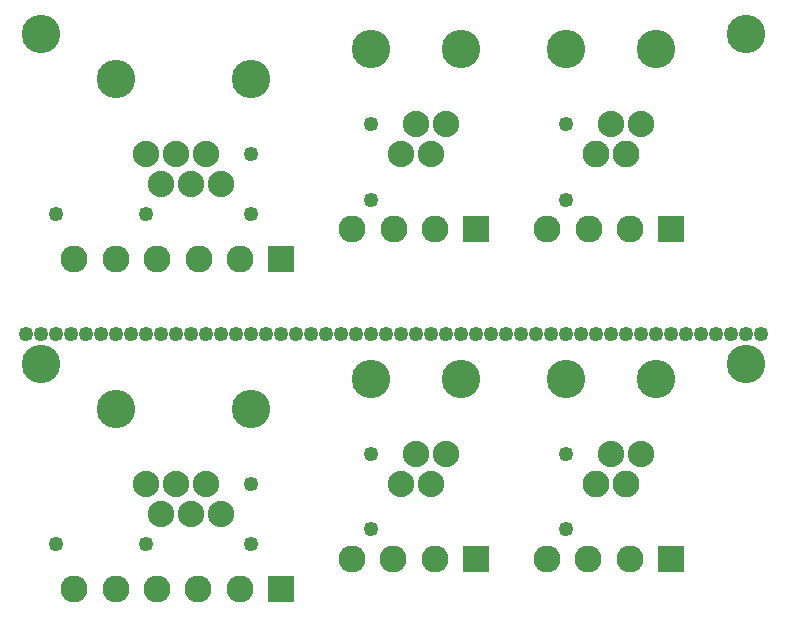
<source format=gbs>
G04 MADE WITH FRITZING*
G04 WWW.FRITZING.ORG*
G04 DOUBLE SIDED*
G04 HOLES PLATED*
G04 CONTOUR ON CENTER OF CONTOUR VECTOR*
%ASAXBY*%
%FSLAX23Y23*%
%MOIN*%
%OFA0B0*%
%SFA1.0B1.0*%
%ADD10C,0.049370*%
%ADD11C,0.088000*%
%ADD12C,0.089370*%
%ADD13C,0.090000*%
%ADD14C,0.128110*%
%ADD15R,0.090000X0.090000*%
%LNMASK0*%
G90*
G70*
G54D10*
X148Y1058D03*
X98Y1058D03*
X48Y1058D03*
X398Y1058D03*
X198Y1058D03*
X248Y1058D03*
X348Y1058D03*
X298Y1058D03*
X448Y1058D03*
X698Y1058D03*
X498Y1058D03*
X548Y1058D03*
X648Y1058D03*
X598Y1058D03*
X748Y1058D03*
X998Y1058D03*
X798Y1058D03*
X848Y1058D03*
X948Y1058D03*
X898Y1058D03*
X1048Y1058D03*
X1298Y1058D03*
X1098Y1058D03*
X1148Y1058D03*
X1248Y1058D03*
X1198Y1058D03*
X1348Y1058D03*
X1598Y1058D03*
X1398Y1058D03*
X1448Y1058D03*
X1548Y1058D03*
X1498Y1058D03*
X1648Y1058D03*
X1898Y1058D03*
X1698Y1058D03*
X1748Y1058D03*
X1848Y1058D03*
X1798Y1058D03*
X1948Y1058D03*
X2198Y1058D03*
X1998Y1058D03*
X2048Y1058D03*
X2148Y1058D03*
X2098Y1058D03*
X2248Y1058D03*
X2348Y1058D03*
X2298Y1058D03*
X2398Y1058D03*
X2448Y1058D03*
X2498Y1058D03*
G54D11*
X647Y559D03*
X547Y559D03*
X447Y559D03*
X648Y1658D03*
X548Y1658D03*
X448Y1658D03*
G54D12*
X2047Y559D03*
X1947Y559D03*
X2048Y1658D03*
X1948Y1658D03*
G54D11*
X2097Y659D03*
X1997Y659D03*
X2098Y1758D03*
X1998Y1758D03*
X1397Y559D03*
X1297Y559D03*
X1398Y1658D03*
X1298Y1658D03*
X1447Y659D03*
X1347Y659D03*
X1448Y1758D03*
X1348Y1758D03*
X697Y459D03*
X597Y459D03*
X497Y459D03*
X698Y1558D03*
X598Y1558D03*
X498Y1558D03*
G54D13*
X2197Y309D03*
X2060Y309D03*
X1922Y309D03*
X1784Y309D03*
X2198Y1408D03*
X2061Y1408D03*
X1923Y1408D03*
X1785Y1408D03*
X1547Y309D03*
X1410Y309D03*
X1272Y309D03*
X1134Y309D03*
X1548Y1408D03*
X1411Y1408D03*
X1273Y1408D03*
X1135Y1408D03*
X897Y209D03*
X760Y209D03*
X622Y209D03*
X484Y209D03*
X346Y209D03*
X208Y209D03*
X898Y1308D03*
X760Y1308D03*
X623Y1308D03*
X485Y1308D03*
X347Y1308D03*
X209Y1308D03*
G54D14*
X347Y809D03*
X348Y1908D03*
X797Y809D03*
X798Y1908D03*
X1197Y909D03*
X1198Y2008D03*
X1497Y909D03*
X1498Y2008D03*
X1847Y909D03*
X1848Y2008D03*
X2147Y909D03*
X2148Y2008D03*
X97Y959D03*
X98Y2058D03*
X2447Y959D03*
X2448Y2058D03*
G54D10*
X447Y360D03*
X448Y1458D03*
X147Y360D03*
X148Y1458D03*
X798Y360D03*
X799Y1458D03*
X798Y560D03*
X799Y1658D03*
X1846Y660D03*
X1847Y1758D03*
X1846Y408D03*
X1847Y1506D03*
X1198Y408D03*
X1199Y1506D03*
X1198Y660D03*
X1199Y1758D03*
G54D15*
X2197Y309D03*
X2198Y1408D03*
X1547Y309D03*
X1548Y1408D03*
X897Y209D03*
X898Y1308D03*
G04 End of Mask0*
M02*
</source>
